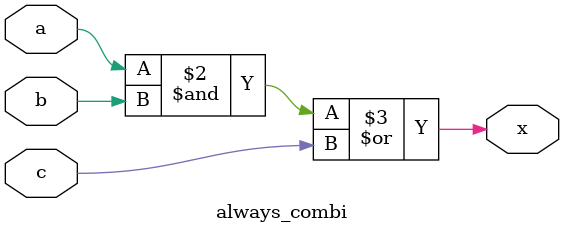
<source format=v>
module always_combi(input a, b, c, output reg x);
  always @(a, b, c)
  begin
    x = (a & b) | c;
  end
endmodule
</source>
